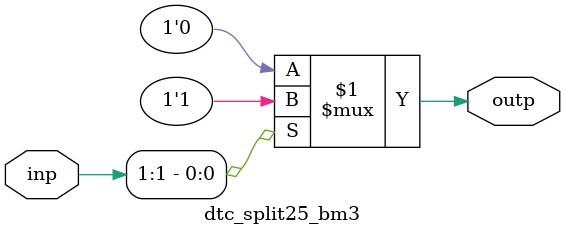
<source format=v>
module dtc_split25_bm3 (
	input  wire [8-1:0] inp,
	output wire [1-1:0] outp
);


	assign outp = (inp[1]) ? 1'b1 : 1'b0;

endmodule
</source>
